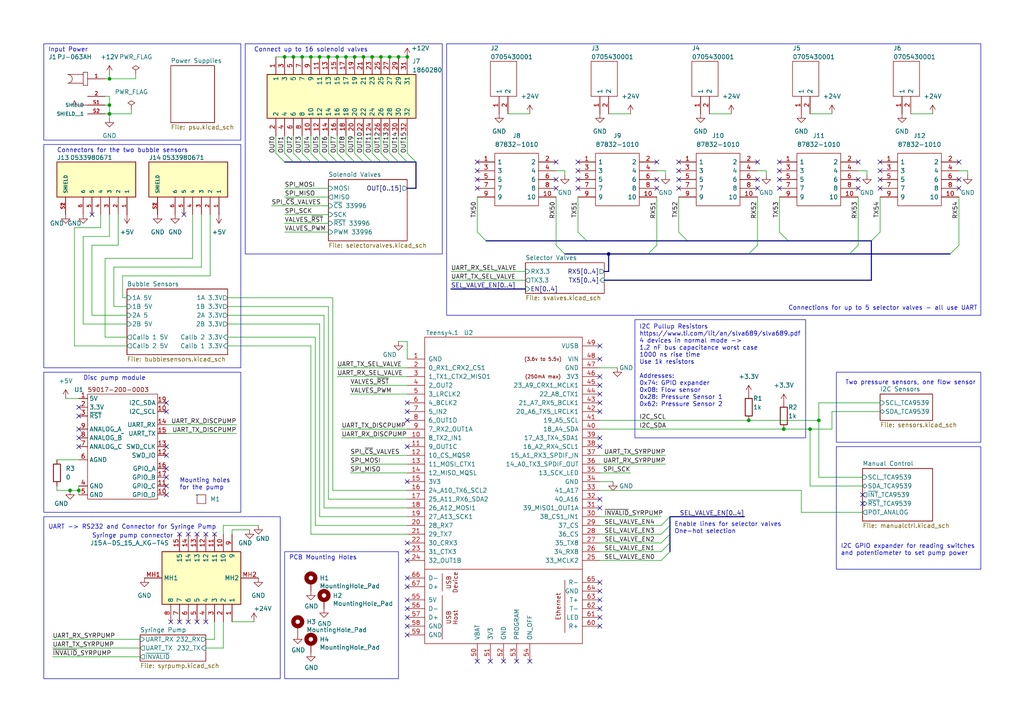
<source format=kicad_sch>
(kicad_sch (version 20230121) (generator eeschema)
  (paper "A4")
  (junction (at 31.75 22.86))
  (junction (at 227.33 124.46))
  (junction (at 22.86 142.24))
  (junction (at 107.95 16.51))
  (junction (at 234.95 124.46))
  (junction (at 110.49 16.51))
  (junction (at 82.55 16.51))
  (junction (at 95.25 16.51))
  (junction (at 217.17 121.92))
  (junction (at 20.32 142.24))
  (junction (at 176.53 73.66))
  (junction (at 90.17 16.51))
  (junction (at 87.63 16.51))
  (junction (at 118.11 16.51))
  (junction (at 102.87 16.51))
  (junction (at 92.71 16.51))
  (junction (at 105.41 16.51))
  (junction (at 31.75 30.48))
  (junction (at 85.09 16.51))
  (junction (at 115.57 16.51))
  (junction (at 97.79 16.51))
  (junction (at 100.33 16.51))
  (junction (at 237.49 121.92))
  (junction (at 113.03 16.51))
  (junction (at 31.75 33.02))
  (no_connect (at 219.71 52.07))
  (no_connect (at 226.06 54.61))
  (no_connect (at 167.64 52.07))
  (no_connect (at 173.99 116.84))
  (no_connect (at 173.99 171.45))
  (no_connect (at 54.61 154.94))
  (no_connect (at 118.11 176.53))
  (no_connect (at 118.11 139.7))
  (no_connect (at 248.92 52.07))
  (no_connect (at 248.92 46.99))
  (no_connect (at 173.99 119.38))
  (no_connect (at 226.06 52.07))
  (no_connect (at 48.26 129.54))
  (no_connect (at 248.92 54.61))
  (no_connect (at 22.86 129.54))
  (no_connect (at 196.85 49.53))
  (no_connect (at 167.64 54.61))
  (no_connect (at 278.13 54.61))
  (no_connect (at 173.99 109.22))
  (no_connect (at 173.99 111.76))
  (no_connect (at 190.5 46.99))
  (no_connect (at 118.11 160.02))
  (no_connect (at 278.13 46.99))
  (no_connect (at 48.26 119.38))
  (no_connect (at 190.5 52.07))
  (no_connect (at 118.11 157.48))
  (no_connect (at 149.86 191.77))
  (no_connect (at 161.29 54.61))
  (no_connect (at 250.19 146.05))
  (no_connect (at 48.26 135.89))
  (no_connect (at 173.99 176.53))
  (no_connect (at 59.69 154.94))
  (no_connect (at 118.11 162.56))
  (no_connect (at 138.43 46.99))
  (no_connect (at 255.27 52.07))
  (no_connect (at 161.29 46.99))
  (no_connect (at 59.69 180.34))
  (no_connect (at 48.26 140.97))
  (no_connect (at 22.86 127))
  (no_connect (at 138.43 52.07))
  (no_connect (at 118.11 181.61))
  (no_connect (at 219.71 46.99))
  (no_connect (at 167.64 46.99))
  (no_connect (at 173.99 129.54))
  (no_connect (at 52.07 180.34))
  (no_connect (at 196.85 46.99))
  (no_connect (at 167.64 49.53))
  (no_connect (at 190.5 54.61))
  (no_connect (at 22.86 118.11))
  (no_connect (at 53.34 62.23))
  (no_connect (at 196.85 52.07))
  (no_connect (at 250.19 143.51))
  (no_connect (at 118.11 170.18))
  (no_connect (at 57.15 154.94))
  (no_connect (at 173.99 114.3))
  (no_connect (at 22.86 120.65))
  (no_connect (at 278.13 52.07))
  (no_connect (at 62.23 154.94))
  (no_connect (at 153.67 191.77))
  (no_connect (at 22.86 124.46))
  (no_connect (at 173.99 173.99))
  (no_connect (at 138.43 191.77))
  (no_connect (at 173.99 144.78))
  (no_connect (at 118.11 116.84))
  (no_connect (at 49.53 180.34))
  (no_connect (at 48.26 132.08))
  (no_connect (at 52.07 154.94))
  (no_connect (at 161.29 52.07))
  (no_connect (at 142.24 191.77))
  (no_connect (at 146.05 191.77))
  (no_connect (at 118.11 173.99))
  (no_connect (at 118.11 129.54))
  (no_connect (at 57.15 180.34))
  (no_connect (at 173.99 104.14))
  (no_connect (at 26.67 62.23))
  (no_connect (at 54.61 180.34))
  (no_connect (at 173.99 100.33))
  (no_connect (at 138.43 49.53))
  (no_connect (at 118.11 119.38))
  (no_connect (at 48.26 143.51))
  (no_connect (at 255.27 49.53))
  (no_connect (at 255.27 54.61))
  (no_connect (at 173.99 168.91))
  (no_connect (at 255.27 46.99))
  (no_connect (at 226.06 46.99))
  (no_connect (at 196.85 54.61))
  (no_connect (at 173.99 179.07))
  (no_connect (at 118.11 179.07))
  (no_connect (at 118.11 167.64))
  (no_connect (at 219.71 54.61))
  (no_connect (at 173.99 147.32))
  (no_connect (at 48.26 138.43))
  (no_connect (at 138.43 54.61))
  (no_connect (at 118.11 184.15))
  (no_connect (at 48.26 116.84))
  (no_connect (at 118.11 121.92))
  (no_connect (at 173.99 181.61))
  (no_connect (at 226.06 49.53))
  (no_connect (at 173.99 127))
  (bus_entry (at 113.03 44.45) (size 2.54 2.54))
  (bus_entry (at 246.38 73.66) (size 2.54 -2.54))
  (bus_entry (at 115.57 44.45) (size 2.54 2.54))
  (bus_entry (at 107.95 44.45) (size 2.54 2.54))
  (bus_entry (at 194.31 149.86) (size -2.54 2.54))
  (bus_entry (at 140.97 69.85) (size -2.54 -2.54))
  (bus_entry (at 102.87 44.45) (size 2.54 2.54))
  (bus_entry (at 194.31 157.48) (size -2.54 2.54))
  (bus_entry (at 194.31 152.4) (size -2.54 2.54))
  (bus_entry (at 199.39 69.85) (size -2.54 -2.54))
  (bus_entry (at 228.6 69.85) (size -2.54 -2.54))
  (bus_entry (at 90.17 44.45) (size 2.54 2.54))
  (bus_entry (at 92.71 44.45) (size 2.54 2.54))
  (bus_entry (at 275.59 73.66) (size 2.54 -2.54))
  (bus_entry (at 118.11 44.45) (size 2.54 2.54))
  (bus_entry (at 97.79 44.45) (size 2.54 2.54))
  (bus_entry (at 110.49 44.45) (size 2.54 2.54))
  (bus_entry (at 217.17 73.66) (size 2.54 -2.54))
  (bus_entry (at 85.09 44.45) (size 2.54 2.54))
  (bus_entry (at 100.33 44.45) (size 2.54 2.54))
  (bus_entry (at 95.25 44.45) (size 2.54 2.54))
  (bus_entry (at 187.96 73.66) (size 2.54 -2.54))
  (bus_entry (at 80.01 44.45) (size 2.54 2.54))
  (bus_entry (at 194.31 160.02) (size -2.54 2.54))
  (bus_entry (at 252.73 69.85) (size 2.54 -2.54))
  (bus_entry (at 170.18 69.85) (size -2.54 -2.54))
  (bus_entry (at 105.41 44.45) (size 2.54 2.54))
  (bus_entry (at 87.63 44.45) (size 2.54 2.54))
  (bus_entry (at 82.55 44.45) (size 2.54 2.54))
  (bus_entry (at 163.83 73.66) (size -2.54 -2.54))
  (bus_entry (at 194.31 154.94) (size -2.54 2.54))
  (bus (pts (xy 118.11 46.99) (xy 120.65 46.99)))
  (wire (pts (xy 34.29 62.23) (xy 34.29 71.12)))
  (wire (pts (xy 99.06 124.46) (xy 118.11 124.46)))
  (wire (pts (xy 22.86 140.97) (xy 22.86 142.24)))
  (wire (pts (xy 21.59 100.33) (xy 36.83 100.33)))
  (wire (pts (xy 62.23 185.42) (xy 62.23 180.34)))
  (wire (pts (xy 90.17 39.37) (xy 90.17 44.45)))
  (wire (pts (xy 241.3 119.38) (xy 255.27 119.38)))
  (wire (pts (xy 90.17 154.94) (xy 118.11 154.94)))
  (wire (pts (xy 147.32 33.02) (xy 153.67 33.02)))
  (wire (pts (xy 105.41 39.37) (xy 105.41 44.45)))
  (wire (pts (xy 19.05 115.57) (xy 22.86 115.57)))
  (wire (pts (xy 196.85 57.15) (xy 196.85 67.31)))
  (wire (pts (xy 205.74 33.02) (xy 212.09 33.02)))
  (wire (pts (xy 16.51 142.24) (xy 20.32 142.24)))
  (bus (pts (xy 107.95 46.99) (xy 110.49 46.99)))
  (wire (pts (xy 66.04 86.36) (xy 96.52 86.36)))
  (wire (pts (xy 118.11 39.37) (xy 118.11 44.45)))
  (wire (pts (xy 33.02 77.47) (xy 33.02 88.9)))
  (wire (pts (xy 118.11 114.3) (xy 101.6 114.3)))
  (wire (pts (xy 31.75 68.58) (xy 24.13 68.58)))
  (bus (pts (xy 115.57 46.99) (xy 118.11 46.99)))
  (wire (pts (xy 26.67 91.44) (xy 36.83 91.44)))
  (wire (pts (xy 60.96 62.23) (xy 60.96 80.01)))
  (wire (pts (xy 173.99 157.48) (xy 191.77 157.48)))
  (wire (pts (xy 82.55 67.31) (xy 95.25 67.31)))
  (bus (pts (xy 194.31 149.86) (xy 194.31 152.4)))
  (bus (pts (xy 176.53 73.66) (xy 176.53 78.74)))
  (wire (pts (xy 97.79 39.37) (xy 97.79 44.45)))
  (wire (pts (xy 91.44 97.79) (xy 91.44 152.4)))
  (wire (pts (xy 280.67 49.53) (xy 278.13 49.53)))
  (bus (pts (xy 140.97 69.85) (xy 170.18 69.85)))
  (wire (pts (xy 48.26 123.19) (xy 68.58 123.19)))
  (wire (pts (xy 118.11 99.06) (xy 118.11 104.14)))
  (wire (pts (xy 93.98 147.32) (xy 118.11 147.32)))
  (wire (pts (xy 67.31 153.67) (xy 67.31 154.94)))
  (wire (pts (xy 90.17 16.51) (xy 92.71 16.51)))
  (wire (pts (xy 237.49 121.92) (xy 237.49 116.84)))
  (wire (pts (xy 251.46 49.53) (xy 248.92 49.53)))
  (wire (pts (xy 138.43 57.15) (xy 138.43 67.31)))
  (wire (pts (xy 60.96 80.01) (xy 35.56 80.01)))
  (wire (pts (xy 163.83 50.8) (xy 163.83 49.53)))
  (wire (pts (xy 241.3 124.46) (xy 241.3 119.38)))
  (wire (pts (xy 115.57 16.51) (xy 118.11 16.51)))
  (wire (pts (xy 100.33 16.51) (xy 102.87 16.51)))
  (wire (pts (xy 82.55 39.37) (xy 82.55 44.45)))
  (wire (pts (xy 101.6 134.62) (xy 118.11 134.62)))
  (bus (pts (xy 175.26 78.74) (xy 176.53 78.74)))
  (wire (pts (xy 95.25 39.37) (xy 95.25 44.45)))
  (wire (pts (xy 31.75 22.86) (xy 39.37 22.86)))
  (wire (pts (xy 67.31 180.34) (xy 73.66 180.34)))
  (bus (pts (xy 194.31 154.94) (xy 194.31 157.48)))
  (bus (pts (xy 130.81 83.82) (xy 152.4 83.82)))
  (wire (pts (xy 96.52 86.36) (xy 96.52 142.24)))
  (wire (pts (xy 15.24 187.96) (xy 40.64 187.96)))
  (wire (pts (xy 85.09 16.51) (xy 87.63 16.51)))
  (wire (pts (xy 237.49 116.84) (xy 255.27 116.84)))
  (wire (pts (xy 95.25 16.51) (xy 97.79 16.51)))
  (wire (pts (xy 85.09 39.37) (xy 85.09 44.45)))
  (wire (pts (xy 24.13 93.98) (xy 36.83 93.98)))
  (wire (pts (xy 97.79 16.51) (xy 100.33 16.51)))
  (wire (pts (xy 15.24 190.5) (xy 40.64 190.5)))
  (wire (pts (xy 173.99 124.46) (xy 227.33 124.46)))
  (wire (pts (xy 66.04 100.33) (xy 90.17 100.33)))
  (wire (pts (xy 64.77 152.4) (xy 64.77 154.94)))
  (wire (pts (xy 82.55 57.15) (xy 95.25 57.15)))
  (wire (pts (xy 234.95 33.02) (xy 241.3 33.02)))
  (wire (pts (xy 161.29 57.15) (xy 161.29 71.12)))
  (wire (pts (xy 190.5 57.15) (xy 190.5 71.12)))
  (bus (pts (xy 194.31 152.4) (xy 194.31 154.94)))
  (wire (pts (xy 97.79 109.22) (xy 118.11 109.22)))
  (wire (pts (xy 173.99 106.68) (xy 179.07 106.68)))
  (bus (pts (xy 199.39 69.85) (xy 228.6 69.85)))
  (wire (pts (xy 58.42 77.47) (xy 33.02 77.47)))
  (wire (pts (xy 92.71 93.98) (xy 92.71 149.86)))
  (wire (pts (xy 95.25 88.9) (xy 95.25 144.78)))
  (wire (pts (xy 48.26 125.73) (xy 68.58 125.73)))
  (wire (pts (xy 26.67 71.12) (xy 26.67 91.44)))
  (bus (pts (xy 120.65 54.61) (xy 120.65 46.99)))
  (wire (pts (xy 101.6 111.76) (xy 118.11 111.76)))
  (wire (pts (xy 55.88 74.93) (xy 30.48 74.93)))
  (wire (pts (xy 102.87 16.51) (xy 105.41 16.51)))
  (wire (pts (xy 193.04 50.8) (xy 193.04 49.53)))
  (wire (pts (xy 234.95 140.97) (xy 250.19 140.97)))
  (wire (pts (xy 107.95 16.51) (xy 110.49 16.51)))
  (bus (pts (xy 170.18 69.85) (xy 199.39 69.85)))
  (wire (pts (xy 219.71 57.15) (xy 219.71 71.12)))
  (bus (pts (xy 97.79 46.99) (xy 100.33 46.99)))
  (wire (pts (xy 99.06 127) (xy 118.11 127)))
  (wire (pts (xy 173.99 137.16) (xy 182.88 137.16)))
  (wire (pts (xy 82.55 62.23) (xy 95.25 62.23)))
  (wire (pts (xy 66.04 88.9) (xy 95.25 88.9)))
  (wire (pts (xy 74.93 152.4) (xy 64.77 152.4)))
  (wire (pts (xy 107.95 39.37) (xy 107.95 44.45)))
  (bus (pts (xy 85.09 46.99) (xy 87.63 46.99)))
  (wire (pts (xy 35.56 80.01) (xy 35.56 86.36)))
  (wire (pts (xy 250.19 148.59) (xy 232.41 148.59)))
  (wire (pts (xy 58.42 62.23) (xy 58.42 77.47)))
  (wire (pts (xy 110.49 16.51) (xy 113.03 16.51)))
  (wire (pts (xy 234.95 124.46) (xy 234.95 140.97)))
  (bus (pts (xy 217.17 73.66) (xy 246.38 73.66)))
  (wire (pts (xy 92.71 149.86) (xy 118.11 149.86)))
  (wire (pts (xy 173.99 121.92) (xy 217.17 121.92)))
  (wire (pts (xy 30.48 22.86) (xy 31.75 22.86)))
  (wire (pts (xy 173.99 139.7) (xy 177.8 139.7)))
  (wire (pts (xy 16.51 133.35) (xy 22.86 133.35)))
  (wire (pts (xy 38.1 33.02) (xy 31.75 33.02)))
  (wire (pts (xy 167.64 57.15) (xy 167.64 67.31)))
  (wire (pts (xy 82.55 16.51) (xy 85.09 16.51)))
  (wire (pts (xy 38.1 31.75) (xy 38.1 33.02)))
  (wire (pts (xy 251.46 50.8) (xy 251.46 49.53)))
  (wire (pts (xy 163.83 49.53) (xy 161.29 49.53)))
  (wire (pts (xy 173.99 152.4) (xy 191.77 152.4)))
  (wire (pts (xy 55.88 62.23) (xy 55.88 74.93)))
  (wire (pts (xy 113.03 39.37) (xy 113.03 44.45)))
  (wire (pts (xy 87.63 39.37) (xy 87.63 44.45)))
  (bus (pts (xy 118.11 54.61) (xy 120.65 54.61)))
  (wire (pts (xy 115.57 99.06) (xy 118.11 99.06)))
  (wire (pts (xy 92.71 39.37) (xy 92.71 44.45)))
  (wire (pts (xy 193.04 49.53) (xy 190.5 49.53)))
  (wire (pts (xy 22.86 142.24) (xy 22.86 143.51)))
  (wire (pts (xy 100.33 39.37) (xy 100.33 44.45)))
  (bus (pts (xy 163.83 73.66) (xy 176.53 73.66)))
  (wire (pts (xy 255.27 57.15) (xy 255.27 67.31)))
  (wire (pts (xy 59.69 187.96) (xy 64.77 187.96)))
  (bus (pts (xy 187.96 73.66) (xy 217.17 73.66)))
  (wire (pts (xy 105.41 16.51) (xy 107.95 16.51)))
  (bus (pts (xy 175.26 81.28) (xy 252.73 81.28)))
  (wire (pts (xy 248.92 57.15) (xy 248.92 71.12)))
  (wire (pts (xy 173.99 154.94) (xy 191.77 154.94)))
  (wire (pts (xy 115.57 39.37) (xy 115.57 44.45)))
  (wire (pts (xy 31.75 34.29) (xy 31.75 33.02)))
  (wire (pts (xy 66.04 93.98) (xy 92.71 93.98)))
  (wire (pts (xy 91.44 152.4) (xy 118.11 152.4)))
  (wire (pts (xy 130.81 78.74) (xy 152.4 78.74)))
  (wire (pts (xy 15.24 185.42) (xy 40.64 185.42)))
  (wire (pts (xy 234.95 124.46) (xy 241.3 124.46)))
  (wire (pts (xy 173.99 134.62) (xy 193.04 134.62)))
  (wire (pts (xy 92.71 16.51) (xy 95.25 16.51)))
  (wire (pts (xy 82.55 64.77) (xy 95.25 64.77)))
  (wire (pts (xy 31.75 27.94) (xy 31.75 30.48)))
  (wire (pts (xy 130.81 81.28) (xy 152.4 81.28)))
  (wire (pts (xy 264.16 33.02) (xy 270.51 33.02)))
  (wire (pts (xy 102.87 39.37) (xy 102.87 44.45)))
  (wire (pts (xy 30.48 27.94) (xy 31.75 27.94)))
  (wire (pts (xy 78.74 59.69) (xy 95.25 59.69)))
  (wire (pts (xy 80.01 16.51) (xy 82.55 16.51)))
  (wire (pts (xy 222.25 50.8) (xy 222.25 49.53)))
  (wire (pts (xy 20.32 142.24) (xy 22.86 142.24)))
  (wire (pts (xy 173.99 149.86) (xy 191.77 149.86)))
  (wire (pts (xy 59.69 185.42) (xy 62.23 185.42)))
  (wire (pts (xy 29.21 66.04) (xy 21.59 66.04)))
  (wire (pts (xy 90.17 100.33) (xy 90.17 154.94)))
  (bus (pts (xy 252.73 81.28) (xy 252.73 69.85)))
  (bus (pts (xy 87.63 46.99) (xy 90.17 46.99)))
  (wire (pts (xy 30.48 30.48) (xy 31.75 30.48)))
  (wire (pts (xy 101.6 132.08) (xy 118.11 132.08)))
  (wire (pts (xy 66.04 91.44) (xy 93.98 91.44)))
  (wire (pts (xy 278.13 57.15) (xy 278.13 71.12)))
  (wire (pts (xy 80.01 39.37) (xy 80.01 44.45)))
  (wire (pts (xy 96.52 142.24) (xy 118.11 142.24)))
  (bus (pts (xy 82.55 46.99) (xy 85.09 46.99)))
  (wire (pts (xy 21.59 66.04) (xy 21.59 100.33)))
  (wire (pts (xy 97.79 106.68) (xy 118.11 106.68)))
  (wire (pts (xy 31.75 62.23) (xy 31.75 68.58)))
  (wire (pts (xy 226.06 57.15) (xy 226.06 67.31)))
  (bus (pts (xy 105.41 46.99) (xy 107.95 46.99)))
  (wire (pts (xy 35.56 86.36) (xy 36.83 86.36)))
  (bus (pts (xy 110.49 46.99) (xy 113.03 46.99)))
  (wire (pts (xy 217.17 121.92) (xy 237.49 121.92)))
  (wire (pts (xy 173.99 160.02) (xy 191.77 160.02)))
  (bus (pts (xy 100.33 46.99) (xy 102.87 46.99)))
  (bus (pts (xy 92.71 46.99) (xy 95.25 46.99)))
  (wire (pts (xy 110.49 39.37) (xy 110.49 44.45)))
  (bus (pts (xy 246.38 73.66) (xy 275.59 73.66)))
  (wire (pts (xy 227.33 124.46) (xy 234.95 124.46)))
  (wire (pts (xy 31.75 33.02) (xy 30.48 33.02)))
  (bus (pts (xy 113.03 46.99) (xy 115.57 46.99)))
  (wire (pts (xy 232.41 142.24) (xy 173.99 142.24)))
  (wire (pts (xy 30.48 74.93) (xy 30.48 97.79)))
  (bus (pts (xy 176.53 73.66) (xy 187.96 73.66)))
  (wire (pts (xy 113.03 16.51) (xy 115.57 16.51)))
  (wire (pts (xy 33.02 88.9) (xy 36.83 88.9)))
  (wire (pts (xy 66.04 97.79) (xy 91.44 97.79)))
  (wire (pts (xy 24.13 68.58) (xy 24.13 93.98)))
  (wire (pts (xy 93.98 91.44) (xy 93.98 147.32)))
  (wire (pts (xy 29.21 62.23) (xy 29.21 66.04)))
  (wire (pts (xy 30.48 97.79) (xy 36.83 97.79)))
  (wire (pts (xy 87.63 16.51) (xy 90.17 16.51)))
  (wire (pts (xy 31.75 22.86) (xy 31.75 21.59)))
  (wire (pts (xy 101.6 137.16) (xy 118.11 137.16)))
  (wire (pts (xy 39.37 21.59) (xy 39.37 22.86)))
  (bus (pts (xy 194.31 157.48) (xy 194.31 160.02)))
  (bus (pts (xy 95.25 46.99) (xy 97.79 46.99)))
  (wire (pts (xy 176.53 33.02) (xy 182.88 33.02)))
  (bus (pts (xy 215.9 149.86) (xy 194.31 149.86)))
  (wire (pts (xy 280.67 50.8) (xy 280.67 49.53)))
  (wire (pts (xy 16.51 140.97) (xy 16.51 142.24)))
  (wire (pts (xy 34.29 71.12) (xy 26.67 71.12)))
  (wire (pts (xy 237.49 138.43) (xy 250.19 138.43)))
  (wire (pts (xy 31.75 30.48) (xy 31.75 33.02)))
  (wire (pts (xy 72.39 153.67) (xy 67.31 153.67)))
  (wire (pts (xy 232.41 148.59) (xy 232.41 142.24)))
  (wire (pts (xy 64.77 187.96) (xy 64.77 180.34)))
  (wire (pts (xy 82.55 54.61) (xy 95.25 54.61)))
  (bus (pts (xy 228.6 69.85) (xy 252.73 69.85)))
  (wire (pts (xy 95.25 144.78) (xy 118.11 144.78)))
  (bus (pts (xy 90.17 46.99) (xy 92.71 46.99)))
  (bus (pts (xy 102.87 46.99) (xy 105.41 46.99)))
  (wire (pts (xy 173.99 162.56) (xy 191.77 162.56)))
  (wire (pts (xy 173.99 132.08) (xy 193.04 132.08)))
  (wire (pts (xy 222.25 49.53) (xy 219.71 49.53)))
  (wire (pts (xy 237.49 121.92) (xy 237.49 138.43)))
  (rectangle (start 12.7 107.95) (end 69.85 148.59))
  (rectangle (start 242.57 107.95) (end 284.48 128.27))
  (rectangle (start 12.7 12.7) (end 69.85 40.64))
  (rectangle (start 184.15 92.71) (end 233.68 127))
  (rectangle (start 12.7 149.86) (end 81.28 196.85))
  (rectangle (start 12.7 41.91) (end 69.85 106.68))
  (rectangle (start 129.54 12.7) (end 284.48 91.44))
  (rectangle (start 71.12 12.7) (end 128.27 73.66))
  (rectangle (start 82.55 160.02) (end 115.57 196.85))
  (rectangle (start 242.57 129.54) (end 284.48 165.1))
  (text "Connect up to 16 solenoid valves" (at 73.66 15.24 0) (effects (font (size 1.27 1.27)) (justify left bottom)))
  (text "Connections for up to 5 selector valves - all use UART" (at 228.6 90.17 0) (effects (font (size 1.27 1.27)) (justify left bottom)))
  (text "Two pressure sensors, one flow sensor" (at 245.11 111.76 0) (effects (font (size 1.27 1.27)) (justify left bottom)))
  (text "Mounting holes \nfor the pump" (at 52.07 142.24 0) (effects (font (size 1.27 1.27)) (justify left bottom)))
  (text "Disc pump module" (at 24.13 110.49 0) (effects (font (size 1.27 1.27)) (justify left bottom)))
  (text "Enable lines for selector valves\nOne-hot selection" (at 195.58 154.94 0) (effects (font (size 1.27 1.27)) (justify left bottom)))
  (text "UART -> RS232 and Connector for Syringe Pump" (at 13.97 153.67 0) (effects (font (size 1.27 1.27)) (justify left bottom)))
  (text "PCB Mounting Holes" (at 83.82 162.56 0) (effects (font (size 1.27 1.27)) (justify left bottom)))
  (text "Input Power" (at 13.97 15.24 0) (effects (font (size 1.27 1.27)) (justify left bottom)))
  (text "Syringe pump connector" (at 26.67 156.21 0) (effects (font (size 1.27 1.27)) (justify left bottom)))
  (text "I2C GPIO expander for reading switches \nand potentiometer to set pump power" (at 243.84 161.29 0) (effects (font (size 1.27 1.27)) (justify left bottom)))
  (text "I2C Pullup Resistors\nhttps://www.ti.com/lit/an/slva689/slva689.pdf\n4 devices in normal mode -> \n1.2 nF bus capacitance worst case\n1000 ns rise time\nUse 1k resistors\n\nAddresses:\n0x74: GPIO expander\n0x08: Flow sensor\n0x28: Pressure Sensor 1\n0x62: Pressure Sensor 2" (at 185.42 118.11 0) (effects (font (size 1.27 1.27)) (justify left bottom)))
  (text "Connectors for the two bubble sensors" (at 16.51 44.45 0) (effects (font (size 1.27 1.27)) (justify left bottom)))
  (label "SEL_VALVE_EN2" (at 175.26 157.48 0))
  (label "VALVES_~{RST}" (at 82.55 64.77 0))
  (label "UART_RX_DISCPUMP" (at 68.58 123.19 180))
  (label "OUT10" (at 105.41 44.45 90))
  (label "TX50" (at 138.43 58.42 270))
  (label "OUT3" (at 87.63 44.45 90))
  (label "RX52" (at 219.71 63.5 90))
  (label "SPI_~{CS}_VALVES" (at 101.6 132.08 0))
  (label "SEL_VALVE_EN[0..4]" (at 130.81 83.82 0))
  (label "UART_TX_DISCPUMP" (at 99.06 124.46 0))
  (label "OUT14" (at 115.57 44.45 90))
  (label "SPI_MOSI" (at 101.6 134.62 0))
  (label "OUT4" (at 90.17 44.45 90))
  (label "SEL_VALVE_EN1" (at 175.26 160.02 0))
  (label "OUT1" (at 82.55 44.45 90))
  (label "SEL_VALVE_EN3" (at 175.26 154.94 0))
  (label "OUT11" (at 107.95 44.45 90))
  (label "SPI_MOSI" (at 82.55 54.61 0))
  (label "UART_TX_SYRPUMP" (at 193.04 132.08 180))
  (label "SEL_VALVE_EN4" (at 175.26 152.4 0))
  (label "UART_TX_DISCPUMP" (at 68.58 125.73 180))
  (label "OUT12" (at 110.49 44.45 90))
  (label "OUT8" (at 100.33 44.45 90))
  (label "OUT7" (at 97.79 44.45 90))
  (label "RX50" (at 161.29 63.5 90))
  (label "VALVES_~{RST}" (at 101.6 111.76 0))
  (label "OUT6" (at 95.25 44.45 90))
  (label "~{INVALID}_SYRPUMP" (at 15.24 190.5 0))
  (label "UART_RX_SYRPUMP" (at 15.24 185.42 0))
  (label "OUT13" (at 113.03 44.45 90))
  (label "SPI_MISO" (at 101.6 137.16 0))
  (label "OUT9" (at 102.87 44.3635 90))
  (label "TX52" (at 196.85 58.42 270))
  (label "TX51" (at 167.64 58.42 270))
  (label "UART_TX_SYRPUMP" (at 15.24 187.96 0))
  (label "RX54" (at 278.13 63.5 90))
  (label "OUT2" (at 85.09 44.45 90))
  (label "OUT0" (at 80.01 44.45 90))
  (label "TX53" (at 226.06 58.42 270))
  (label "OUT5" (at 92.71 44.45 90))
  (label "TX54" (at 255.27 58.42 270))
  (label "SEL_VALVE_EN0" (at 175.26 162.56 0))
  (label "I2C_SDA" (at 185.42 124.46 0))
  (label "RX51" (at 190.5 63.5 90))
  (label "UART_RX_SEL_VALVE" (at 130.81 78.74 0))
  (label "OUT15" (at 118.11 44.45 90))
  (label "SPI_SCK" (at 182.88 137.16 180))
  (label "UART_RX_SEL_VALVE" (at 97.79 109.22 0))
  (label "VALVES_PWM" (at 101.6 114.3 0))
  (label "UART_TX_SEL_VALVE" (at 130.81 81.28 0))
  (label "SEL_VALVE_EN[0..4]" (at 215.9 149.86 180))
  (label "SPI_MISO" (at 82.55 57.15 0))
  (label "UART_TX_SEL_VALVE" (at 97.79 106.68 0))
  (label "VALVES_PWM" (at 82.55 67.31 0))
  (label "RX53" (at 248.92 63.5 90))
  (label "I2C_SCL" (at 185.42 121.92 0))
  (label "SPI_~{CS}_VALVES" (at 78.74 59.69 0))
  (label "UART_RX_DISCPUMP" (at 99.06 127 0))
  (label "UART_RX_SYRPUMP" (at 193.04 134.62 180))
  (label "SPI_SCK" (at 82.55 62.23 0))
  (label "~{INVALID}_SYRPUMP" (at 175.26 149.86 0))
  (symbol (lib_id "power:GND") (at 31.75 34.29 0) (unit 1)
    (property "Reference" "#PWR013" (effects hide))
    (property "Value" "GND" (at 31.75 39.37 0))
  )
  (symbol (lib_id "Mechanical:MountingHole_Pad") (at 90.17 168.91 0) (unit 1)
    (property "Reference" "H1" (at 92.71 167.6654 0) (effects (justify left)))
    (property "Value" "MountingHole_Pad" (at 92.71 169.9768 0) (effects (justify left)))
    (property "Footprint" "MountingHole:MountingHole_3.2mm_M3_Pad_Via" (effects hide))
  )
  (symbol (lib_id "power:GND") (at 177.8 139.7 0) (unit 1)
    (property "Reference" "#PWR030" (effects hide))
    (property "Value" "GND" (at 181.61 140.97 0))
  )
  (symbol (lib_id "power:+24V") (at 241.3 33.02 0) (unit 1)
    (property "Reference" "#PWR010" (effects hide))
    (property "Value" "+24V" (at 241.3 27.94 0))
  )
  (symbol (lib_id "Mechanical:MountingHole_Pad") (at 93.98 173.99 0) (unit 1)
    (property "Reference" "H2" (at 96.52 172.7454 0) (effects (justify left)))
    (property "Value" "MountingHole_Pad" (at 96.52 175.0568 0) (effects (justify left)))
    (property "Footprint" "MountingHole:MountingHole_3.2mm_M3_Pad_Via" (effects hide))
  )
  (symbol (lib_id "power:GND") (at 90.17 189.23 0) (unit 1)
    (property "Reference" "#PWR0151" (effects hide))
    (property "Value" "GND" (at 90.297 193.6242 0))
  )
  (symbol (lib_id "power:GND") (at 41.91 167.64 0) (unit 1)
    (property "Reference" "#PWR034" (effects hide))
    (property "Value" "GND" (at 41.91 172.72 0))
  )
  (symbol (lib_id "power:+3.3V") (at 227.33 116.84 0) (unit 1)
    (property "Reference" "#PWR029" (effects hide))
    (property "Value" "+3.3V" (at 227.33 111.76 0))
  )
  (symbol (lib_id "0533980671:0533980671") (at 29.21 52.07 270) (unit 1)
    (property "Reference" "J13" (at 16.51 45.72 90) (effects (justify left)))
    (property "Value" "0533980671" (at 20.32 45.72 90) (effects (justify left)))
    (property "Footprint" "molex_connectors:MOLEX_0533980671" (effects hide))
    (property "STANDARD" "Manufacturer Recommendations" (effects hide))
    (property "PARTREV" "A" (effects hide))
    (property "MAXIMUM_PACKAGE_HEIGHT" "4.7mm" (effects hide))
    (property "MANUFACTURER" "Molex" (effects hide))
  )
  (symbol (lib_id "87832-1010:87832-1010") (at 255.27 46.99 0) (unit 1)
    (property "Reference" "J12" (at 266.7 39.37 0))
    (property "Value" "87832-1010" (at 266.7 41.91 0))
    (property "Footprint" "molex_connectors:878321010" (effects hide))
    (property "Datasheet" "https://www.mouser.com/datasheet/2/276/0878321010_PCB_HEADERS-176533.pdf" (effects hide))
    (property "Description" "Molex Milli-Grid 87832, 10 Way, 2 Row, Straight PCB Header" (effects hide))
    (property "Height" "6.6" (effects hide))
    (property "Manufacturer_Name" "Molex" (effects hide))
    (property "Manufacturer_Part_Number" "87832-1010" (effects hide))
    (property "Mouser Part Number" "538-87832-1010" (effects hide))
    (property "Mouser Price/Stock" "https://www.mouser.co.uk/ProductDetail/Molex/87832-1010/?qs=vZWlbdSpF0HlUzduEf8ttg%3D%3D" (effects hide))
  )
  (symbol (lib_id "power:GND") (at 222.25 50.8 0) (unit 1)
    (property "Reference" "#PWR016" (effects hide))
    (property "Value" "GND" (at 222.25 55.88 0))
  )
  (symbol (lib_id "Mechanical:MountingHole_Pad") (at 86.36 181.61 0) (unit 1)
    (property "Reference" "H3" (at 88.9 180.3654 0) (effects (justify left)))
    (property "Value" "MountingHole_Pad" (at 88.9 182.6768 0) (effects (justify left)))
    (property "Footprint" "MountingHole:MountingHole_3.2mm_M3_Pad_Via" (effects hide))
  )
  (symbol (lib_id "87832-1010:87832-1010") (at 226.06 46.99 0) (unit 1)
    (property "Reference" "J11" (at 237.49 39.37 0))
    (property "Value" "87832-1010" (at 237.49 41.91 0))
    (property "Footprint" "molex_connectors:878321010" (effects hide))
    (property "Datasheet" "https://www.mouser.com/datasheet/2/276/0878321010_PCB_HEADERS-176533.pdf" (effects hide))
    (property "Description" "Molex Milli-Grid 87832, 10 Way, 2 Row, Straight PCB Header" (effects hide))
    (property "Height" "6.6" (effects hide))
    (property "Manufacturer_Name" "Molex" (effects hide))
    (property "Manufacturer_Part_Number" "87832-1010" (effects hide))
    (property "Mouser Part Number" "538-87832-1010" (effects hide))
    (property "Mouser Price/Stock" "https://www.mouser.co.uk/ProductDetail/Molex/87832-1010/?qs=vZWlbdSpF0HlUzduEf8ttg%3D%3D" (effects hide))
  )
  (symbol (lib_id "power:GND") (at 90.17 171.45 0) (unit 1)
    (property "Reference" "#PWR0148" (effects hide))
    (property "Value" "GND" (at 90.297 175.8442 0))
  )
  (symbol (lib_id "teensy:Teensy4.1") (at 146.05 158.75 0) (unit 1)
    (property "Reference" "U2" (at 135.89 96.52 0))
    (property "Value" "Teensy4.1" (at 128.27 96.52 0))
    (property "Footprint" "teensy4.1:Teensy 4.1" (effects hide))
  )
  (symbol (lib_id "0705430001:0705430001") (at 261.62 33.02 90) (unit 1)
    (property "Reference" "J6" (at 259.08 13.97 90) (effects (justify right)))
    (property "Value" "0705430001" (at 259.08 16.51 90) (effects (justify right)))
    (property "Footprint" "molex_connectors:SHDR2W64P0X254_1X2_737X660X1181P" (effects hide))
    (property "Datasheet" "https://www.molex.com/webdocs/datasheets/pdf/en-us/0705430001_PCB_HEADERS.pdf" (effects hide))
    (property "Description" "Headers & Wire Housings SL 2.54MM HDR VT TH SHRD 1X02P" (effects hide))
    (property "Height" "11.81" (effects hide))
    (property "Manufacturer_Name" "Molex" (effects hide))
    (property "Manufacturer_Part_Number" "0705430001" (effects hide))
    (property "Mouser Part Number" "N/A" (effects hide))
    (property "Mouser Price/Stock" "https://www.mouser.co.uk/ProductDetail/Molex/0705430001?qs=PBcRNPEHKsrZYrVlaLTOSA%3D%3D" (effects hide))
    (property "Arrow Part Number" "0705430001" (effects hide))
    (property "Arrow Price/Stock" "https://www.arrow.com/en/products/0705430001/molex" (effects hide))
  )
  (symbol (lib_id "87832-1010:87832-1010") (at 196.85 46.99 0) (unit 1)
    (property "Reference" "J10" (at 208.28 39.37 0))
    (property "Value" "87832-1010" (at 208.28 41.91 0))
    (property "Footprint" "molex_connectors:878321010" (effects hide))
    (property "Datasheet" "https://www.mouser.com/datasheet/2/276/0878321010_PCB_HEADERS-176533.pdf" (effects hide))
    (property "Description" "Molex Milli-Grid 87832, 10 Way, 2 Row, Straight PCB Header" (effects hide))
    (property "Height" "6.6" (effects hide))
    (property "Manufacturer_Name" "Molex" (effects hide))
    (property "Manufacturer_Part_Number" "87832-1010" (effects hide))
    (property "Mouser Part Number" "538-87832-1010" (effects hide))
    (property "Mouser Price/Stock" "https://www.mouser.co.uk/ProductDetail/Molex/87832-1010/?qs=vZWlbdSpF0HlUzduEf8ttg%3D%3D" (effects hide))
  )
  (symbol (lib_id "power:GND") (at 45.72 62.23 0) (unit 1)
    (property "Reference" "#PWR022" (effects hide))
    (property "Value" "GND" (at 45.72 67.31 0))
  )
  (symbol (lib_id "power:GND") (at 72.39 153.67 0) (unit 1)
    (property "Reference" "#PWR033" (effects hide))
    (property "Value" "GND" (at 71.12 157.48 0))
  )
  (symbol (lib_id "power:GND") (at 280.67 50.8 0) (unit 1)
    (property "Reference" "#PWR018" (effects hide))
    (property "Value" "GND" (at 280.67 55.88 0))
  )
  (symbol (lib_id "PJ-063AH:PJ-063AH") (at 25.4 25.4 0) (unit 1)
    (property "Reference" "J1" (at 15.24 16.51 0))
    (property "Value" "PJ-063AH" (at 21.59 16.51 0))
    (property "Footprint" "barreljack:CUI_PJ-063AH" (effects hide))
    (property "PARTREV" "1.02" (effects hide))
    (property "MANUFACTURER" "CUI INC" (effects hide))
    (property "STANDARD" "Manufacturer recommendations" (effects hide))
  )
  (symbol (lib_id "0705430001:0705430001") (at 232.41 33.02 90) (unit 1)
    (property "Reference" "J5" (at 229.87 13.97 90) (effects (justify right)))
    (property "Value" "0705430001" (at 229.87 16.51 90) (effects (justify right)))
    (property "Footprint" "molex_connectors:SHDR2W64P0X254_1X2_737X660X1181P" (effects hide))
    (property "Datasheet" "https://www.molex.com/webdocs/datasheets/pdf/en-us/0705430001_PCB_HEADERS.pdf" (effects hide))
    (property "Description" "Headers & Wire Housings SL 2.54MM HDR VT TH SHRD 1X02P" (effects hide))
    (property "Height" "11.81" (effects hide))
    (property "Manufacturer_Name" "Molex" (effects hide))
    (property "Manufacturer_Part_Number" "0705430001" (effects hide))
    (property "Mouser Part Number" "N/A" (effects hide))
    (property "Mouser Price/Stock" "https://www.mouser.co.uk/ProductDetail/Molex/0705430001?qs=PBcRNPEHKsrZYrVlaLTOSA%3D%3D" (effects hide))
    (property "Arrow Part Number" "0705430001" (effects hide))
    (property "Arrow Price/Stock" "https://www.arrow.com/en/products/0705430001/molex" (effects hide))
  )
  (symbol (lib_id "power:GND") (at 193.04 50.8 0) (unit 1)
    (property "Reference" "#PWR015" (effects hide))
    (property "Value" "GND" (at 193.04 55.88 0))
  )
  (symbol (lib_id "0705430001:0705430001") (at 203.2 33.02 90) (unit 1)
    (property "Reference" "J4" (at 200.66 13.97 90) (effects (justify right)))
    (property "Value" "0705430001" (at 200.66 16.51 90) (effects (justify right)))
    (property "Footprint" "molex_connectors:SHDR2W64P0X254_1X2_737X660X1181P" (effects hide))
    (property "Datasheet" "https://www.molex.com/webdocs/datasheets/pdf/en-us/0705430001_PCB_HEADERS.pdf" (effects hide))
    (property "Description" "Headers & Wire Housings SL 2.54MM HDR VT TH SHRD 1X02P" (effects hide))
    (property "Height" "11.81" (effects hide))
    (property "Manufacturer_Name" "Molex" (effects hide))
    (property "Manufacturer_Part_Number" "0705430001" (effects hide))
    (property "Mouser Part Number" "N/A" (effects hide))
    (property "Mouser Price/Stock" "https://www.mouser.co.uk/ProductDetail/Molex/0705430001?qs=PBcRNPEHKsrZYrVlaLTOSA%3D%3D" (effects hide))
    (property "Arrow Part Number" "0705430001" (effects hide))
    (property "Arrow Price/Stock" "https://www.arrow.com/en/products/0705430001/molex" (effects hide))
  )
  (symbol (lib_id "0533980671:0533980671") (at 55.88 52.07 270) (unit 1)
    (property "Reference" "J14" (at 43.18 45.72 90) (effects (justify left)))
    (property "Value" "0533980671" (at 46.99 45.72 90) (effects (justify left)))
    (property "Footprint" "molex_connectors:MOLEX_0533980671" (effects hide))
    (property "STANDARD" "Manufacturer Recommendations" (effects hide))
    (property "PARTREV" "A" (effects hide))
    (property "MAXIMUM_PACKAGE_HEIGHT" "4.7mm" (effects hide))
    (property "MANUFACTURER" "Molex" (effects hide))
  )
  (symbol (lib_id "power:GND") (at 50.8 62.23 0) (unit 1)
    (property "Reference" "#PWR023" (effects hide))
    (property "Value" "GND" (at 50.8 67.31 0))
  )
  (symbol (lib_id "power:+24V") (at 73.66 180.34 0) (unit 1)
    (property "Reference" "#PWR036" (effects hide))
    (property "Value" "+24V" (at 76.2 176.53 0))
  )
  (symbol (lib_id "power:GND") (at 19.05 62.23 0) (unit 1)
    (property "Reference" "#PWR019" (effects hide))
    (property "Value" "GND" (at 16.51 64.77 0))
  )
  (symbol (lib_id "power:PWR_FLAG") (at 39.37 21.59 0) (unit 1)
    (property "Reference" "#FLG01" (effects hide))
    (property "Value" "PWR_FLAG" (at 39.37 16.51 0))
  )
  (symbol (lib_id "power:GND") (at 261.62 33.02 0) (unit 1)
    (property "Reference" "#PWR011" (effects hide))
    (property "Value" "GND" (at 261.62 38.1 0))
  )
  (symbol (lib_id "power:+12V") (at 31.75 21.59 0) (unit 1)
    (property "Reference" "#PWR02" (effects hide))
    (property "Value" "+12V" (at 31.75 16.51 0))
  )
  (symbol (lib_id "power:GND") (at 251.46 50.8 0) (unit 1)
    (property "Reference" "#PWR017" (effects hide))
    (property "Value" "GND" (at 251.46 55.88 0))
  )
  (symbol (lib_id "power:+24V") (at 270.51 33.02 0) (unit 1)
    (property "Reference" "#PWR012" (effects hide))
    (property "Value" "+24V" (at 270.51 27.94 0))
  )
  (symbol (lib_id "power:+3.3V") (at 217.17 114.3 0) (unit 1)
    (property "Reference" "#PWR027" (effects hide))
    (property "Value" "+3.3V" (at 217.17 109.22 0))
  )
  (symbol (lib_id "A-DS_15_A_KG-T4S:A-DS_15_A_KG-T4S") (at 74.93 167.64 180) (unit 1)
    (property "Reference" "J15" (at 27.94 157.48 0))
    (property "Value" "A-DS_15_A_KG-T4S" (at 39.37 157.48 0))
    (property "Footprint" "db15:ADS15AKGT4S" (effects hide))
    (property "Datasheet" "http://www.assmann-wsw.com/fileadmin/datasheets/ASS_4888_CO.pdf" (effects hide))
    (property "Height" "12.55" (effects hide))
    (property "Arrow Part Number" "A-DS 15 A/KG-T4S" (effects hide))
    (property "Manufacturer_Name" "ASSMANN WSW components GmbH" (effects hide))
    (property "Manufacturer_Part_Number" "A-DS 15 A/KG-T4S" (effects hide))
  )
  (symbol (lib_id "87832-1010:87832-1010") (at 167.64 46.99 0) (unit 1)
    (property "Reference" "J9" (at 179.07 39.37 0))
    (property "Value" "87832-1010" (at 179.07 41.91 0))
    (property "Footprint" "molex_connectors:878321010" (effects hide))
    (property "Datasheet" "https://www.mouser.com/datasheet/2/276/0878321010_PCB_HEADERS-176533.pdf" (effects hide))
    (property "Description" "Molex Milli-Grid 87832, 10 Way, 2 Row, Straight PCB Header" (effects hide))
    (property "Height" "6.6" (effects hide))
    (property "Manufacturer_Name" "Molex" (effects hide))
    (property "Manufacturer_Part_Number" "87832-1010" (effects hide))
    (property "Mouser Part Number" "538-87832-1010" (effects hide))
    (property "Mouser Price/Stock" "https://www.mouser.co.uk/ProductDetail/Molex/87832-1010/?qs=vZWlbdSpF0HlUzduEf8ttg%3D%3D" (effects hide))
  )
  (symbol (lib_id "power:+5V") (at 63.5 62.23 180) (unit 1)
    (property "Reference" "#PWR024" (effects hide))
    (property "Value" "+5V" (at 63.5 67.31 0))
  )
  (symbol (lib_id "ttp:59017-200-0003") (at 35.56 125.73 0) (unit 1)
    (property "Reference" "U1" (at 22.86 113.03 0))
    (property "Value" "~" (at 35.56 125.73 0))
    (property "Footprint" "TTP Ventus:Disc_Pump_Driver_PCB" (effects hide))
  )
  (symbol (lib_id "Device:R") (at 217.17 118.11 0) (unit 1)
    (property "Reference" "R1" (at 218.44 115.57 0) (effects (justify left)))
    (property "Value" "1k" (at 218.44 118.11 0) (effects (justify left)))
    (property "Footprint" "Resistor_SMD:R_0402_1005Metric" (effects hide))
  )
  (symbol (lib_id "0705430001:0705430001") (at 173.99 33.02 90) (unit 1)
    (property "Reference" "J3" (at 171.45 13.97 90) (effects (justify right)))
    (property "Value" "0705430001" (at 171.45 16.51 90) (effects (justify right)))
    (property "Footprint" "molex_connectors:SHDR2W64P0X254_1X2_737X660X1181P" (effects hide))
    (property "Datasheet" "https://www.molex.com/webdocs/datasheets/pdf/en-us/0705430001_PCB_HEADERS.pdf" (effects hide))
    (property "Description" "Headers & Wire Housings SL 2.54MM HDR VT TH SHRD 1X02P" (effects hide))
    (property "Height" "11.81" (effects hide))
    (property "Manufacturer_Name" "Molex" (effects hide))
    (property "Manufacturer_Part_Number" "0705430001" (effects hide))
    (property "Mouser Part Number" "N/A" (effects hide))
    (property "Mouser Price/Stock" "https://www.mouser.co.uk/ProductDetail/Molex/0705430001?qs=PBcRNPEHKsrZYrVlaLTOSA%3D%3D" (effects hide))
    (property "Arrow Part Number" "0705430001" (effects hide))
    (property "Arrow Price/Stock" "https://www.arrow.com/en/products/0705430001/molex" (effects hide))
  )
  (symbol (lib_id "power:GND") (at 74.93 152.4 0) (unit 1)
    (property "Reference" "#PWR032" (effects hide))
    (property "Value" "GND" (at 76.2 156.21 0))
  )
  (symbol (lib_id "power:GND") (at 144.78 33.02 0) (unit 1)
    (property "Reference" "#PWR03" (effects hide))
    (property "Value" "GND" (at 144.78 38.1 0))
  )
  (symbol (lib_id "power:GND") (at 163.83 50.8 0) (unit 1)
    (property "Reference" "#PWR014" (effects hide))
    (property "Value" "GND" (at 163.83 55.88 0))
  )
  (symbol (lib_id "power:GND") (at 20.32 142.24 0) (unit 1)
    (property "Reference" "#PWR031" (effects hide))
    (property "Value" "GND" (at 17.78 146.05 0))
  )
  (symbol (lib_id "power:+24V") (at 153.67 33.02 0) (unit 1)
    (property "Reference" "#PWR04" (effects hide))
    (property "Value" "+24V" (at 153.67 27.94 0))
  )
  (symbol (lib_id "ttp:Pump_Mounting") (at 58.42 144.78 0) (unit 1)
    (property "Reference" "M1" (at 60.96 144.78 0) (effects (justify left)))
    (property "Value" "~" (at 57.15 143.51 0))
    (property "Footprint" "TTP Ventus:Pump Mount" (effects hide))
  )
  (symbol (lib_id "power:+5V") (at 36.83 62.23 180) (unit 1)
    (property "Reference" "#PWR021" (effects hide))
    (property "Value" "+5V" (at 36.83 67.31 0))
  )
  (symbol (lib_id "0705430001:0705430001") (at 144.78 33.02 90) (unit 1)
    (property "Reference" "J2" (at 142.24 13.97 90) (effects (justify right)))
    (property "Value" "0705430001" (at 142.24 16.51 90) (effects (justify right)))
    (property "Footprint" "molex_connectors:SHDR2W64P0X254_1X2_737X660X1181P" (effects hide))
    (property "Datasheet" "https://www.molex.com/webdocs/datasheets/pdf/en-us/0705430001_PCB_HEADERS.pdf" (effects hide))
    (property "Description" "Headers & Wire Housings SL 2.54MM HDR VT TH SHRD 1X02P" (effects hide))
    (property "Height" "11.81" (effects hide))
    (property "Manufacturer_Name" "Molex" (effects hide))
    (property "Manufacturer_Part_Number" "0705430001" (effects hide))
    (property "Mouser Part Number" "N/A" (effects hide))
    (property "Mouser Price/Stock" "https://www.mouser.co.uk/ProductDetail/Molex/0705430001?qs=PBcRNPEHKsrZYrVlaLTOSA%3D%3D" (effects hide))
    (property "Arrow Part Number" "0705430001" (effects hide))
    (property "Arrow Price/Stock" "https://www.arrow.com/en/products/0705430001/molex" (effects hide))
  )
  (symbol (lib_id "power:PWR_FLAG") (at 38.1 31.75 0) (unit 1)
    (property "Reference" "#FLG02" (effects hide))
    (property "Value" "PWR_FLAG" (at 38.1 26.67 0))
  )
  (symbol (lib_id "power:GND") (at 179.07 106.68 0) (unit 1)
    (property "Reference" "#PWR026" (effects hide))
    (property "Value" "GND" (at 181.61 106.68 0))
  )
  (symbol (lib_id "power:+24V") (at 212.09 33.02 0) (unit 1)
    (property "Reference" "#PWR08" (effects hide))
    (property "Value" "+24V" (at 212.09 27.94 0))
  )
  (symbol (lib_id "Mechanical:MountingHole_Pad") (at 90.17 186.69 0) (unit 1)
    (property "Reference" "H4" (at 92.71 185.4454 0) (effects (justify left)))
    (property "Value" "MountingHole_Pad" (at 92.71 187.7568 0) (effects (justify left)))
    (property "Footprint" "MountingHole:MountingHole_3.2mm_M3_Pad_Via" (effects hide))
  )
  (symbol (lib_id "power:GND") (at 115.57 99.06 0) (unit 1)
    (property "Reference" "#PWR025" (effects hide))
    (property "Value" "GND" (at 113.03 102.87 0))
  )
  (symbol (lib_id "power:GND") (at 203.2 33.02 0) (unit 1)
    (property "Reference" "#PWR07" (effects hide))
    (property "Value" "GND" (at 203.2 38.1 0))
  )
  (symbol (lib_id "power:+24V") (at 182.88 33.02 0) (unit 1)
    (property "Reference" "#PWR06" (effects hide))
    (property "Value" "+24V" (at 182.88 27.94 0))
  )
  (symbol (lib_id "power:+5V") (at 19.05 115.57 0) (unit 1)
    (property "Reference" "#PWR028" (effects hide))
    (property "Value" "+5V" (at 19.05 110.49 0))
  )
  (symbol (lib_id "power:GND") (at 86.36 184.15 0) (unit 1)
    (property "Reference" "#PWR0150" (effects hide))
    (property "Value" "GND" (at 86.487 188.5442 0))
  )
  (symbol (lib_id "Device:R") (at 16.51 137.16 0) (unit 1)
    (property "Reference" "R3" (at 19.05 135.89 0) (effects (justify left)))
    (property "Value" "0" (at 19.05 138.43 0) (effects (justify left)))
    (property "Footprint" "Resistor_SMD:R_0603_1608Metric" (effects hide))
  )
  (symbol (lib_id "power:GND") (at 24.13 62.23 0) (unit 1)
    (property "Reference" "#PWR020" (effects hide))
    (property "Value" "GND" (at 21.59 64.77 0))
  )
  (symbol (lib_id "power:GND") (at 232.41 33.02 0) (unit 1)
    (property "Reference" "#PWR09" (effects hide))
    (property "Value" "GND" (at 232.41 38.1 0))
  )
  (symbol (lib_id "1860280:1860280") (at 80.01 39.37 90) (unit 1)
    (property "Reference" "J7" (at 121.92 17.78 90) (effects (justify left)))
    (property "Value" "1860280" (at 128.27 20.32 90) (effects (justify left)))
    (property "Footprint" "phoenix_2:1860280" (effects hide))
    (property "Datasheet" "https://www.arrow.com/en/products/1860280/phoenix-contact" (effects hide))
    (property "Height" "24.4" (effects hide))
    (property "Arrow Part Number" "1860280" (effects hide))
    (property "Arrow Price/Stock" "https://www.arrow.com/en/products/1860280/phoenix-contact" (effects hide))
    (property "Manufacturer_Name" "Phoenix Contact" (effects hide))
    (property "Manufacturer_Part_Number" "1860280" (effects hide))
  )
  (symbol (lib_id "power:GND") (at 173.99 33.02 0) (unit 1)
    (property "Reference" "#PWR05" (effects hide))
    (property "Value" "GND" (at 173.99 38.1 0))
  )
  (symbol (lib_id "power:GND") (at 93.98 176.53 0) (unit 1)
    (property "Reference" "#PWR0149" (effects hide))
    (property "Value" "GND" (at 94.107 180.9242 0))
  )
  (symbol (lib_id "87832-1010:87832-1010") (at 138.43 46.99 0) (unit 1)
    (property "Reference" "J8" (at 149.86 39.37 0))
    (property "Value" "87832-1010" (at 149.86 41.91 0))
    (property "Footprint" "molex_connectors:878321010" (effects hide))
    (property "Datasheet" "https://www.mouser.com/datasheet/2/276/0878321010_PCB_HEADERS-176533.pdf" (effects hide))
    (property "Description" "Molex Milli-Grid 87832, 10 Way, 2 Row, Straight PCB Header" (effects hide))
    (property "Height" "6.6" (effects hide))
    (property "Manufacturer_Name" "Molex" (effects hide))
    (property "Manufacturer_Part_Number" "87832-1010" (effects hide))
    (property "Mouser Part Number" "538-87832-1010" (effects hide))
    (property "Mouser Price/Stock" "https://www.mouser.co.uk/ProductDetail/Molex/87832-1010/?qs=vZWlbdSpF0HlUzduEf8ttg%3D%3D" (effects hide))
  )
  (symbol (lib_id "power:GND") (at 74.93 167.64 0) (unit 1)
    (property "Reference" "#PWR035" (effects hide))
    (property "Value" "GND" (at 74.93 172.72 0))
  )
  (symbol (lib_id "power:+12V") (at 118.11 16.51 0) (unit 1)
    (property "Reference" "#PWR01" (effects hide))
    (property "Value" "+12V" (at 121.92 13.97 0))
  )
  (symbol (lib_id "Device:R") (at 227.33 120.65 0) (unit 1)
    (property "Reference" "R2" (at 228.6 118.11 0) (effects (justify left)))
    (property "Value" "1k" (at 228.6 120.65 0) (effects (justify left)))
    (property "Footprint" "Resistor_SMD:R_0402_1005Metric" (effects hide))
  )
  (sheet (at 49.53 19.05) (size 12.7 16.51) (stroke (width 0.1524))
    (property "Sheetname" "Power Supplies" (at 49.53 18.3384 0) (effects (justify left bottom)))
    (property "Sheetfile" "psu.kicad_sch" (at 49.53 36.1446 0) (effects (justify left top)))
  )
  (sheet (at 40.64 184.15) (size 19.05 7.62) (stroke (width 0.1524))
    (property "Sheetname" "Syringe Pump" (at 40.64 183.4384 0) (effects (justify left bottom)))
    (property "Sheetfile" "syrpump.kicad_sch" (at 40.64 192.3546 0) (effects (justify left top)))
    (pin "~{INVALID}" output (at 40.64 190.5 180))
    (pin "232_TX" input (at 59.69 187.96 0))
    (pin "232_RX" output (at 59.69 185.42 0))
    (pin "UART_TX" output (at 40.64 187.96 180))
    (pin "UART_RX" input (at 40.64 185.42 180))
  )
  (sheet (at 152.4 76.2) (size 22.86 8.89) (stroke (width 0.1524))
    (property "Sheetname" "Selector Valves" (at 152.4 75.4884 0) (effects (justify left bottom)))
    (property "Sheetfile" "svalves.kicad_sch" (at 152.4 85.6746 0) (effects (justify left top)))
    (pin "EN[0..4]" input (at 152.4 83.82 180))
    (pin "TX3.3" output (at 152.4 81.28 180))
    (pin "RX3.3" input (at 152.4 78.74 180))
    (pin "TX5[0..4]" input (at 175.26 81.28 0))
    (pin "RX5[0..4]" output (at 175.26 78.74 0))
  )
  (sheet (at 255.27 114.3) (size 15.24 7.62) (stroke (width 0.1524))
    (property "Sheetname" "I2C Sensors" (at 255.27 113.5884 0) (effects (justify left bottom)))
    (property "Sheetfile" "sensors.kicad_sch" (at 255.27 122.5046 0) (effects (justify left top)))
    (pin "SCL_TCA9539" input (at 255.27 116.84 180))
    (pin "SDA_TCA9539" bidirectional (at 255.27 119.38 180))
  )
  (sheet (at 250.19 135.89) (size 20.32 15.24) (stroke (width 0.1524))
    (property "Sheetname" "Manual Control" (at 250.19 135.1784 0) (effects (justify left bottom)))
    (property "Sheetfile" "manualctrl.kicad_sch" (at 250.19 151.7146 0) (effects (justify left top)))
    (pin "SCL_TCA9539" input (at 250.19 138.43 180))
    (pin "SDA_TCA9539" bidirectional (at 250.19 140.97 180))
    (pin "~{INT}_TCA9539" output (at 250.19 143.51 180))
    (pin "POT_ANALOG" output (at 250.19 148.59 180))
    (pin "~{RST}_TCA9539" input (at 250.19 146.05 180))
  )
  (sheet (at 95.25 52.07) (size 22.86 17.78) (stroke (width 0.1524))
    (property "Sheetname" "Solenoid Valves" (at 95.25 51.3584 0) (effects (justify left bottom)))
    (property "Sheetfile" "selectorvalves.kicad_sch" (at 95.25 70.4346 0) (effects (justify left top)))
    (pin "MISO" output (at 95.25 57.15 180))
    (pin "PWM 33996" input (at 95.25 67.31 180))
    (pin "~{RST} 33996" input (at 95.25 64.77 180))
    (pin "~{CS} 33996" input (at 95.25 59.69 180))
    (pin "SCK" input (at 95.25 62.23 180))
    (pin "MOSI" input (at 95.25 54.61 180))
    (pin "OUT[0..15]" output (at 118.11 54.61 0))
  )
  (sheet (at 36.83 83.82) (size 29.21 19.05) (stroke (width 0.1524))
    (property "Sheetname" "Bubble Sensors" (at 36.83 83.1084 0) (effects (justify left bottom)))
    (property "Sheetfile" "bubblesensors.kicad_sch" (at 36.83 103.4546 0) (effects (justify left top)))
    (pin "1A 5V" input (at 36.83 86.36 180))
    (pin "1A 3.3V" output (at 66.04 86.36 0))
    (pin "2A 3.3V" output (at 66.04 91.44 0))
    (pin "1B 3.3V" output (at 66.04 88.9 0))
    (pin "1B 5V" input (at 36.83 88.9 180))
    (pin "2B 5V" input (at 36.83 93.98 180))
    (pin "2B 3.3V" output (at 66.04 93.98 0))
    (pin "2A 5" input (at 36.83 91.44 180))
    (pin "Calib 1 5V" output (at 36.83 97.79 180))
    (pin "Calib 2 5V" output (at 36.83 100.33 180))
    (pin "Calib 2 3.3V" input (at 66.04 97.79 0))
    (pin "Calib 1 3.3V" input (at 66.04 100.33 0))
  )
)
</source>
